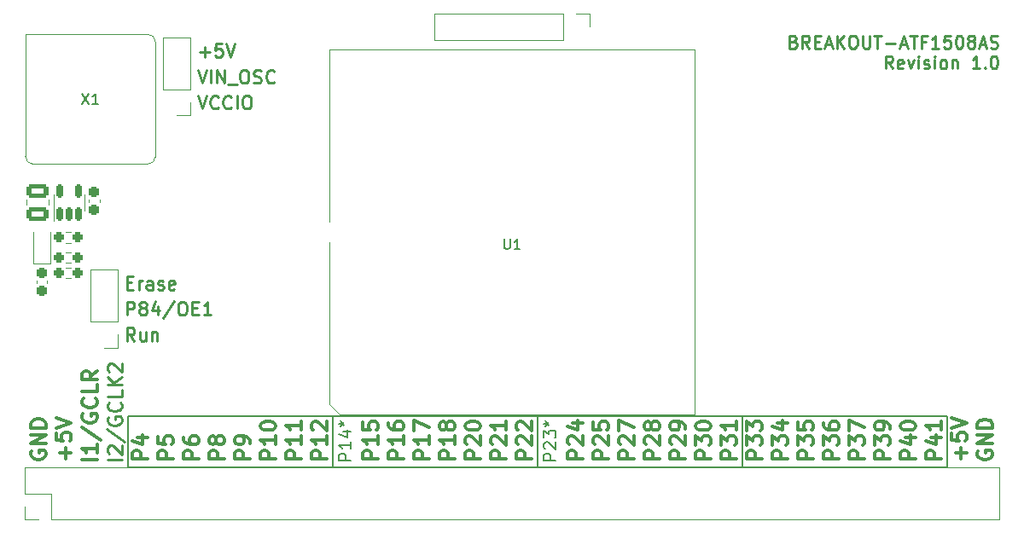
<source format=gto>
G04 #@! TF.GenerationSoftware,KiCad,Pcbnew,6.0.1*
G04 #@! TF.CreationDate,2022-02-14T19:14:06-08:00*
G04 #@! TF.ProjectId,BREAKOUT-ATF1508AS,42524541-4b4f-4555-942d-415446313530,rev?*
G04 #@! TF.SameCoordinates,Original*
G04 #@! TF.FileFunction,Legend,Top*
G04 #@! TF.FilePolarity,Positive*
%FSLAX46Y46*%
G04 Gerber Fmt 4.6, Leading zero omitted, Abs format (unit mm)*
G04 Created by KiCad (PCBNEW 6.0.1) date 2022-02-14 19:14:06*
%MOMM*%
%LPD*%
G01*
G04 APERTURE LIST*
G04 Aperture macros list*
%AMRoundRect*
0 Rectangle with rounded corners*
0 $1 Rounding radius*
0 $2 $3 $4 $5 $6 $7 $8 $9 X,Y pos of 4 corners*
0 Add a 4 corners polygon primitive as box body*
4,1,4,$2,$3,$4,$5,$6,$7,$8,$9,$2,$3,0*
0 Add four circle primitives for the rounded corners*
1,1,$1+$1,$2,$3*
1,1,$1+$1,$4,$5*
1,1,$1+$1,$6,$7*
1,1,$1+$1,$8,$9*
0 Add four rect primitives between the rounded corners*
20,1,$1+$1,$2,$3,$4,$5,0*
20,1,$1+$1,$4,$5,$6,$7,0*
20,1,$1+$1,$6,$7,$8,$9,0*
20,1,$1+$1,$8,$9,$2,$3,0*%
G04 Aperture macros list end*
%ADD10C,0.150000*%
%ADD11C,0.200000*%
%ADD12C,0.300000*%
%ADD13C,0.250000*%
%ADD14C,0.120000*%
%ADD15RoundRect,0.237500X-0.250000X-0.237500X0.250000X-0.237500X0.250000X0.237500X-0.250000X0.237500X0*%
%ADD16R,1.700000X1.700000*%
%ADD17O,1.700000X1.700000*%
%ADD18R,1.000000X1.000000*%
%ADD19RoundRect,0.250001X-0.849999X0.462499X-0.849999X-0.462499X0.849999X-0.462499X0.849999X0.462499X0*%
%ADD20RoundRect,0.237500X0.250000X0.237500X-0.250000X0.237500X-0.250000X-0.237500X0.250000X-0.237500X0*%
%ADD21RoundRect,0.237500X-0.237500X0.300000X-0.237500X-0.300000X0.237500X-0.300000X0.237500X0.300000X0*%
%ADD22RoundRect,0.150000X0.150000X-0.512500X0.150000X0.512500X-0.150000X0.512500X-0.150000X-0.512500X0*%
%ADD23R,1.422400X1.422400*%
%ADD24C,1.422400*%
%ADD25R,1.600000X1.600000*%
%ADD26C,1.600000*%
G04 APERTURE END LIST*
D10*
X149540000Y-111030000D02*
X149540000Y-110050000D01*
X190190000Y-110050000D02*
X190190000Y-115130000D01*
X169860000Y-110050000D02*
X169860000Y-110470000D01*
X108890000Y-115110000D02*
X108890000Y-114650000D01*
X149540000Y-113990000D02*
X149540000Y-111030000D01*
X149540000Y-110050000D02*
X169860000Y-110050000D01*
X169860000Y-113870000D02*
X169860000Y-110470000D01*
X149540000Y-115120000D02*
X169860000Y-115120000D01*
X129180000Y-115110000D02*
X149540000Y-115120000D01*
X108890000Y-114650000D02*
X108890000Y-110050000D01*
X129180000Y-115110000D02*
X108890000Y-115110000D01*
X129180000Y-110050000D02*
X129180000Y-115110000D01*
X169860000Y-115120000D02*
X169860000Y-113870000D01*
X108890000Y-110050000D02*
X129180000Y-110050000D01*
X149540000Y-115120000D02*
X149540000Y-113990000D01*
X190190000Y-115130000D02*
X169860000Y-115120000D01*
X169860000Y-110050000D02*
X190190000Y-110050000D01*
X129180000Y-110050000D02*
X149540000Y-110050000D01*
D11*
X151352857Y-114434285D02*
X150152857Y-114434285D01*
X150152857Y-113977142D01*
X150210000Y-113862857D01*
X150267142Y-113805714D01*
X150381428Y-113748571D01*
X150552857Y-113748571D01*
X150667142Y-113805714D01*
X150724285Y-113862857D01*
X150781428Y-113977142D01*
X150781428Y-114434285D01*
X150267142Y-113291428D02*
X150210000Y-113234285D01*
X150152857Y-113120000D01*
X150152857Y-112834285D01*
X150210000Y-112720000D01*
X150267142Y-112662857D01*
X150381428Y-112605714D01*
X150495714Y-112605714D01*
X150667142Y-112662857D01*
X151352857Y-113348571D01*
X151352857Y-112605714D01*
X150152857Y-112205714D02*
X150152857Y-111462857D01*
X150610000Y-111862857D01*
X150610000Y-111691428D01*
X150667142Y-111577142D01*
X150724285Y-111520000D01*
X150838571Y-111462857D01*
X151124285Y-111462857D01*
X151238571Y-111520000D01*
X151295714Y-111577142D01*
X151352857Y-111691428D01*
X151352857Y-112034285D01*
X151295714Y-112148571D01*
X151238571Y-112205714D01*
X150152857Y-110777142D02*
X150438571Y-110777142D01*
X150324285Y-111062857D02*
X150438571Y-110777142D01*
X150324285Y-110491428D01*
X150667142Y-110948571D02*
X150438571Y-110777142D01*
X150667142Y-110605714D01*
D12*
X99320000Y-113482857D02*
X99248571Y-113625714D01*
X99248571Y-113840000D01*
X99320000Y-114054285D01*
X99462857Y-114197142D01*
X99605714Y-114268571D01*
X99891428Y-114340000D01*
X100105714Y-114340000D01*
X100391428Y-114268571D01*
X100534285Y-114197142D01*
X100677142Y-114054285D01*
X100748571Y-113840000D01*
X100748571Y-113697142D01*
X100677142Y-113482857D01*
X100605714Y-113411428D01*
X100105714Y-113411428D01*
X100105714Y-113697142D01*
X100748571Y-112768571D02*
X99248571Y-112768571D01*
X100748571Y-111911428D01*
X99248571Y-111911428D01*
X100748571Y-111197142D02*
X99248571Y-111197142D01*
X99248571Y-110840000D01*
X99320000Y-110625714D01*
X99462857Y-110482857D01*
X99605714Y-110411428D01*
X99891428Y-110340000D01*
X100105714Y-110340000D01*
X100391428Y-110411428D01*
X100534285Y-110482857D01*
X100677142Y-110625714D01*
X100748571Y-110840000D01*
X100748571Y-111197142D01*
X181968571Y-114297857D02*
X180468571Y-114297857D01*
X180468571Y-113726428D01*
X180540000Y-113583571D01*
X180611428Y-113512142D01*
X180754285Y-113440714D01*
X180968571Y-113440714D01*
X181111428Y-113512142D01*
X181182857Y-113583571D01*
X181254285Y-113726428D01*
X181254285Y-114297857D01*
X180468571Y-112940714D02*
X180468571Y-112012142D01*
X181040000Y-112512142D01*
X181040000Y-112297857D01*
X181111428Y-112155000D01*
X181182857Y-112083571D01*
X181325714Y-112012142D01*
X181682857Y-112012142D01*
X181825714Y-112083571D01*
X181897142Y-112155000D01*
X181968571Y-112297857D01*
X181968571Y-112726428D01*
X181897142Y-112869285D01*
X181825714Y-112940714D01*
X180468571Y-111512142D02*
X180468571Y-110512142D01*
X181968571Y-111155000D01*
X154028571Y-114297857D02*
X152528571Y-114297857D01*
X152528571Y-113726428D01*
X152600000Y-113583571D01*
X152671428Y-113512142D01*
X152814285Y-113440714D01*
X153028571Y-113440714D01*
X153171428Y-113512142D01*
X153242857Y-113583571D01*
X153314285Y-113726428D01*
X153314285Y-114297857D01*
X152671428Y-112869285D02*
X152600000Y-112797857D01*
X152528571Y-112655000D01*
X152528571Y-112297857D01*
X152600000Y-112155000D01*
X152671428Y-112083571D01*
X152814285Y-112012142D01*
X152957142Y-112012142D01*
X153171428Y-112083571D01*
X154028571Y-112940714D01*
X154028571Y-112012142D01*
X153028571Y-110726428D02*
X154028571Y-110726428D01*
X152457142Y-111083571D02*
X153528571Y-111440714D01*
X153528571Y-110512142D01*
D11*
X131032857Y-114434285D02*
X129832857Y-114434285D01*
X129832857Y-113977142D01*
X129890000Y-113862857D01*
X129947142Y-113805714D01*
X130061428Y-113748571D01*
X130232857Y-113748571D01*
X130347142Y-113805714D01*
X130404285Y-113862857D01*
X130461428Y-113977142D01*
X130461428Y-114434285D01*
X131032857Y-112605714D02*
X131032857Y-113291428D01*
X131032857Y-112948571D02*
X129832857Y-112948571D01*
X130004285Y-113062857D01*
X130118571Y-113177142D01*
X130175714Y-113291428D01*
X130232857Y-111577142D02*
X131032857Y-111577142D01*
X129775714Y-111862857D02*
X130632857Y-112148571D01*
X130632857Y-111405714D01*
X129832857Y-110777142D02*
X130118571Y-110777142D01*
X130004285Y-111062857D02*
X130118571Y-110777142D01*
X130004285Y-110491428D01*
X130347142Y-110948571D02*
X130118571Y-110777142D01*
X130347142Y-110605714D01*
D12*
X164188571Y-114297857D02*
X162688571Y-114297857D01*
X162688571Y-113726428D01*
X162760000Y-113583571D01*
X162831428Y-113512142D01*
X162974285Y-113440714D01*
X163188571Y-113440714D01*
X163331428Y-113512142D01*
X163402857Y-113583571D01*
X163474285Y-113726428D01*
X163474285Y-114297857D01*
X162831428Y-112869285D02*
X162760000Y-112797857D01*
X162688571Y-112655000D01*
X162688571Y-112297857D01*
X162760000Y-112155000D01*
X162831428Y-112083571D01*
X162974285Y-112012142D01*
X163117142Y-112012142D01*
X163331428Y-112083571D01*
X164188571Y-112940714D01*
X164188571Y-112012142D01*
X164188571Y-111297857D02*
X164188571Y-111012142D01*
X164117142Y-110869285D01*
X164045714Y-110797857D01*
X163831428Y-110655000D01*
X163545714Y-110583571D01*
X162974285Y-110583571D01*
X162831428Y-110655000D01*
X162760000Y-110726428D01*
X162688571Y-110869285D01*
X162688571Y-111155000D01*
X162760000Y-111297857D01*
X162831428Y-111369285D01*
X162974285Y-111440714D01*
X163331428Y-111440714D01*
X163474285Y-111369285D01*
X163545714Y-111297857D01*
X163617142Y-111155000D01*
X163617142Y-110869285D01*
X163545714Y-110726428D01*
X163474285Y-110655000D01*
X163331428Y-110583571D01*
D13*
X115796309Y-75688095D02*
X116229642Y-76988095D01*
X116662976Y-75688095D01*
X117096309Y-76988095D02*
X117096309Y-75688095D01*
X117715357Y-76988095D02*
X117715357Y-75688095D01*
X118458214Y-76988095D01*
X118458214Y-75688095D01*
X118767738Y-77111904D02*
X119758214Y-77111904D01*
X120315357Y-75688095D02*
X120562976Y-75688095D01*
X120686785Y-75750000D01*
X120810595Y-75873809D01*
X120872500Y-76121428D01*
X120872500Y-76554761D01*
X120810595Y-76802380D01*
X120686785Y-76926190D01*
X120562976Y-76988095D01*
X120315357Y-76988095D01*
X120191547Y-76926190D01*
X120067738Y-76802380D01*
X120005833Y-76554761D01*
X120005833Y-76121428D01*
X120067738Y-75873809D01*
X120191547Y-75750000D01*
X120315357Y-75688095D01*
X121367738Y-76926190D02*
X121553452Y-76988095D01*
X121862976Y-76988095D01*
X121986785Y-76926190D01*
X122048690Y-76864285D01*
X122110595Y-76740476D01*
X122110595Y-76616666D01*
X122048690Y-76492857D01*
X121986785Y-76430952D01*
X121862976Y-76369047D01*
X121615357Y-76307142D01*
X121491547Y-76245238D01*
X121429642Y-76183333D01*
X121367738Y-76059523D01*
X121367738Y-75935714D01*
X121429642Y-75811904D01*
X121491547Y-75750000D01*
X121615357Y-75688095D01*
X121924880Y-75688095D01*
X122110595Y-75750000D01*
X123410595Y-76864285D02*
X123348690Y-76926190D01*
X123162976Y-76988095D01*
X123039166Y-76988095D01*
X122853452Y-76926190D01*
X122729642Y-76802380D01*
X122667738Y-76678571D01*
X122605833Y-76430952D01*
X122605833Y-76245238D01*
X122667738Y-75997619D01*
X122729642Y-75873809D01*
X122853452Y-75750000D01*
X123039166Y-75688095D01*
X123162976Y-75688095D01*
X123348690Y-75750000D01*
X123410595Y-75811904D01*
D12*
X146408571Y-114297857D02*
X144908571Y-114297857D01*
X144908571Y-113726428D01*
X144980000Y-113583571D01*
X145051428Y-113512142D01*
X145194285Y-113440714D01*
X145408571Y-113440714D01*
X145551428Y-113512142D01*
X145622857Y-113583571D01*
X145694285Y-113726428D01*
X145694285Y-114297857D01*
X145051428Y-112869285D02*
X144980000Y-112797857D01*
X144908571Y-112655000D01*
X144908571Y-112297857D01*
X144980000Y-112155000D01*
X145051428Y-112083571D01*
X145194285Y-112012142D01*
X145337142Y-112012142D01*
X145551428Y-112083571D01*
X146408571Y-112940714D01*
X146408571Y-112012142D01*
X146408571Y-110583571D02*
X146408571Y-111440714D01*
X146408571Y-111012142D02*
X144908571Y-111012142D01*
X145122857Y-111155000D01*
X145265714Y-111297857D01*
X145337142Y-111440714D01*
X171808571Y-114297857D02*
X170308571Y-114297857D01*
X170308571Y-113726428D01*
X170380000Y-113583571D01*
X170451428Y-113512142D01*
X170594285Y-113440714D01*
X170808571Y-113440714D01*
X170951428Y-113512142D01*
X171022857Y-113583571D01*
X171094285Y-113726428D01*
X171094285Y-114297857D01*
X170308571Y-112940714D02*
X170308571Y-112012142D01*
X170880000Y-112512142D01*
X170880000Y-112297857D01*
X170951428Y-112155000D01*
X171022857Y-112083571D01*
X171165714Y-112012142D01*
X171522857Y-112012142D01*
X171665714Y-112083571D01*
X171737142Y-112155000D01*
X171808571Y-112297857D01*
X171808571Y-112726428D01*
X171737142Y-112869285D01*
X171665714Y-112940714D01*
X170308571Y-111512142D02*
X170308571Y-110583571D01*
X170880000Y-111083571D01*
X170880000Y-110869285D01*
X170951428Y-110726428D01*
X171022857Y-110655000D01*
X171165714Y-110583571D01*
X171522857Y-110583571D01*
X171665714Y-110655000D01*
X171737142Y-110726428D01*
X171808571Y-110869285D01*
X171808571Y-111297857D01*
X171737142Y-111440714D01*
X171665714Y-111512142D01*
D13*
X108782023Y-100008095D02*
X108782023Y-98708095D01*
X109277261Y-98708095D01*
X109401071Y-98770000D01*
X109462976Y-98831904D01*
X109524880Y-98955714D01*
X109524880Y-99141428D01*
X109462976Y-99265238D01*
X109401071Y-99327142D01*
X109277261Y-99389047D01*
X108782023Y-99389047D01*
X110267738Y-99265238D02*
X110143928Y-99203333D01*
X110082023Y-99141428D01*
X110020119Y-99017619D01*
X110020119Y-98955714D01*
X110082023Y-98831904D01*
X110143928Y-98770000D01*
X110267738Y-98708095D01*
X110515357Y-98708095D01*
X110639166Y-98770000D01*
X110701071Y-98831904D01*
X110762976Y-98955714D01*
X110762976Y-99017619D01*
X110701071Y-99141428D01*
X110639166Y-99203333D01*
X110515357Y-99265238D01*
X110267738Y-99265238D01*
X110143928Y-99327142D01*
X110082023Y-99389047D01*
X110020119Y-99512857D01*
X110020119Y-99760476D01*
X110082023Y-99884285D01*
X110143928Y-99946190D01*
X110267738Y-100008095D01*
X110515357Y-100008095D01*
X110639166Y-99946190D01*
X110701071Y-99884285D01*
X110762976Y-99760476D01*
X110762976Y-99512857D01*
X110701071Y-99389047D01*
X110639166Y-99327142D01*
X110515357Y-99265238D01*
X111877261Y-99141428D02*
X111877261Y-100008095D01*
X111567738Y-98646190D02*
X111258214Y-99574761D01*
X112062976Y-99574761D01*
X113486785Y-98646190D02*
X112372500Y-100317619D01*
X114167738Y-98708095D02*
X114415357Y-98708095D01*
X114539166Y-98770000D01*
X114662976Y-98893809D01*
X114724880Y-99141428D01*
X114724880Y-99574761D01*
X114662976Y-99822380D01*
X114539166Y-99946190D01*
X114415357Y-100008095D01*
X114167738Y-100008095D01*
X114043928Y-99946190D01*
X113920119Y-99822380D01*
X113858214Y-99574761D01*
X113858214Y-99141428D01*
X113920119Y-98893809D01*
X114043928Y-98770000D01*
X114167738Y-98708095D01*
X115282023Y-99327142D02*
X115715357Y-99327142D01*
X115901071Y-100008095D02*
X115282023Y-100008095D01*
X115282023Y-98708095D01*
X115901071Y-98708095D01*
X117139166Y-100008095D02*
X116396309Y-100008095D01*
X116767738Y-100008095D02*
X116767738Y-98708095D01*
X116643928Y-98893809D01*
X116520119Y-99017619D01*
X116396309Y-99079523D01*
D12*
X128628571Y-114297857D02*
X127128571Y-114297857D01*
X127128571Y-113726428D01*
X127200000Y-113583571D01*
X127271428Y-113512142D01*
X127414285Y-113440714D01*
X127628571Y-113440714D01*
X127771428Y-113512142D01*
X127842857Y-113583571D01*
X127914285Y-113726428D01*
X127914285Y-114297857D01*
X128628571Y-112012142D02*
X128628571Y-112869285D01*
X128628571Y-112440714D02*
X127128571Y-112440714D01*
X127342857Y-112583571D01*
X127485714Y-112726428D01*
X127557142Y-112869285D01*
X127271428Y-111440714D02*
X127200000Y-111369285D01*
X127128571Y-111226428D01*
X127128571Y-110869285D01*
X127200000Y-110726428D01*
X127271428Y-110655000D01*
X127414285Y-110583571D01*
X127557142Y-110583571D01*
X127771428Y-110655000D01*
X128628571Y-111512142D01*
X128628571Y-110583571D01*
X179428571Y-114297857D02*
X177928571Y-114297857D01*
X177928571Y-113726428D01*
X178000000Y-113583571D01*
X178071428Y-113512142D01*
X178214285Y-113440714D01*
X178428571Y-113440714D01*
X178571428Y-113512142D01*
X178642857Y-113583571D01*
X178714285Y-113726428D01*
X178714285Y-114297857D01*
X177928571Y-112940714D02*
X177928571Y-112012142D01*
X178500000Y-112512142D01*
X178500000Y-112297857D01*
X178571428Y-112155000D01*
X178642857Y-112083571D01*
X178785714Y-112012142D01*
X179142857Y-112012142D01*
X179285714Y-112083571D01*
X179357142Y-112155000D01*
X179428571Y-112297857D01*
X179428571Y-112726428D01*
X179357142Y-112869285D01*
X179285714Y-112940714D01*
X177928571Y-110726428D02*
X177928571Y-111012142D01*
X178000000Y-111155000D01*
X178071428Y-111226428D01*
X178285714Y-111369285D01*
X178571428Y-111440714D01*
X179142857Y-111440714D01*
X179285714Y-111369285D01*
X179357142Y-111297857D01*
X179428571Y-111155000D01*
X179428571Y-110869285D01*
X179357142Y-110726428D01*
X179285714Y-110655000D01*
X179142857Y-110583571D01*
X178785714Y-110583571D01*
X178642857Y-110655000D01*
X178571428Y-110726428D01*
X178500000Y-110869285D01*
X178500000Y-111155000D01*
X178571428Y-111297857D01*
X178642857Y-111369285D01*
X178785714Y-111440714D01*
X102687142Y-114297857D02*
X102687142Y-113155000D01*
X103258571Y-113726428D02*
X102115714Y-113726428D01*
X101758571Y-111726428D02*
X101758571Y-112440714D01*
X102472857Y-112512142D01*
X102401428Y-112440714D01*
X102330000Y-112297857D01*
X102330000Y-111940714D01*
X102401428Y-111797857D01*
X102472857Y-111726428D01*
X102615714Y-111655000D01*
X102972857Y-111655000D01*
X103115714Y-111726428D01*
X103187142Y-111797857D01*
X103258571Y-111940714D01*
X103258571Y-112297857D01*
X103187142Y-112440714D01*
X103115714Y-112512142D01*
X101758571Y-111226428D02*
X103258571Y-110726428D01*
X101758571Y-110226428D01*
D13*
X115992023Y-73872857D02*
X116982500Y-73872857D01*
X116487261Y-74368095D02*
X116487261Y-73377619D01*
X118220595Y-73068095D02*
X117601547Y-73068095D01*
X117539642Y-73687142D01*
X117601547Y-73625238D01*
X117725357Y-73563333D01*
X118034880Y-73563333D01*
X118158690Y-73625238D01*
X118220595Y-73687142D01*
X118282500Y-73810952D01*
X118282500Y-74120476D01*
X118220595Y-74244285D01*
X118158690Y-74306190D01*
X118034880Y-74368095D01*
X117725357Y-74368095D01*
X117601547Y-74306190D01*
X117539642Y-74244285D01*
X118653928Y-73068095D02*
X119087261Y-74368095D01*
X119520595Y-73068095D01*
D12*
X126088571Y-114297857D02*
X124588571Y-114297857D01*
X124588571Y-113726428D01*
X124660000Y-113583571D01*
X124731428Y-113512142D01*
X124874285Y-113440714D01*
X125088571Y-113440714D01*
X125231428Y-113512142D01*
X125302857Y-113583571D01*
X125374285Y-113726428D01*
X125374285Y-114297857D01*
X126088571Y-112012142D02*
X126088571Y-112869285D01*
X126088571Y-112440714D02*
X124588571Y-112440714D01*
X124802857Y-112583571D01*
X124945714Y-112726428D01*
X125017142Y-112869285D01*
X126088571Y-110583571D02*
X126088571Y-111440714D01*
X126088571Y-111012142D02*
X124588571Y-111012142D01*
X124802857Y-111155000D01*
X124945714Y-111297857D01*
X125017142Y-111440714D01*
X138788571Y-114297857D02*
X137288571Y-114297857D01*
X137288571Y-113726428D01*
X137360000Y-113583571D01*
X137431428Y-113512142D01*
X137574285Y-113440714D01*
X137788571Y-113440714D01*
X137931428Y-113512142D01*
X138002857Y-113583571D01*
X138074285Y-113726428D01*
X138074285Y-114297857D01*
X138788571Y-112012142D02*
X138788571Y-112869285D01*
X138788571Y-112440714D02*
X137288571Y-112440714D01*
X137502857Y-112583571D01*
X137645714Y-112726428D01*
X137717142Y-112869285D01*
X137288571Y-111512142D02*
X137288571Y-110512142D01*
X138788571Y-111155000D01*
X123548571Y-114297857D02*
X122048571Y-114297857D01*
X122048571Y-113726428D01*
X122120000Y-113583571D01*
X122191428Y-113512142D01*
X122334285Y-113440714D01*
X122548571Y-113440714D01*
X122691428Y-113512142D01*
X122762857Y-113583571D01*
X122834285Y-113726428D01*
X122834285Y-114297857D01*
X123548571Y-112012142D02*
X123548571Y-112869285D01*
X123548571Y-112440714D02*
X122048571Y-112440714D01*
X122262857Y-112583571D01*
X122405714Y-112726428D01*
X122477142Y-112869285D01*
X122048571Y-111083571D02*
X122048571Y-110940714D01*
X122120000Y-110797857D01*
X122191428Y-110726428D01*
X122334285Y-110655000D01*
X122620000Y-110583571D01*
X122977142Y-110583571D01*
X123262857Y-110655000D01*
X123405714Y-110726428D01*
X123477142Y-110797857D01*
X123548571Y-110940714D01*
X123548571Y-111083571D01*
X123477142Y-111226428D01*
X123405714Y-111297857D01*
X123262857Y-111369285D01*
X122977142Y-111440714D01*
X122620000Y-111440714D01*
X122334285Y-111369285D01*
X122191428Y-111297857D01*
X122120000Y-111226428D01*
X122048571Y-111083571D01*
X136248571Y-114297857D02*
X134748571Y-114297857D01*
X134748571Y-113726428D01*
X134820000Y-113583571D01*
X134891428Y-113512142D01*
X135034285Y-113440714D01*
X135248571Y-113440714D01*
X135391428Y-113512142D01*
X135462857Y-113583571D01*
X135534285Y-113726428D01*
X135534285Y-114297857D01*
X136248571Y-112012142D02*
X136248571Y-112869285D01*
X136248571Y-112440714D02*
X134748571Y-112440714D01*
X134962857Y-112583571D01*
X135105714Y-112726428D01*
X135177142Y-112869285D01*
X134748571Y-110726428D02*
X134748571Y-111012142D01*
X134820000Y-111155000D01*
X134891428Y-111226428D01*
X135105714Y-111369285D01*
X135391428Y-111440714D01*
X135962857Y-111440714D01*
X136105714Y-111369285D01*
X136177142Y-111297857D01*
X136248571Y-111155000D01*
X136248571Y-110869285D01*
X136177142Y-110726428D01*
X136105714Y-110655000D01*
X135962857Y-110583571D01*
X135605714Y-110583571D01*
X135462857Y-110655000D01*
X135391428Y-110726428D01*
X135320000Y-110869285D01*
X135320000Y-111155000D01*
X135391428Y-111297857D01*
X135462857Y-111369285D01*
X135605714Y-111440714D01*
X105858571Y-114337857D02*
X104358571Y-114337857D01*
X105858571Y-112837857D02*
X105858571Y-113695000D01*
X105858571Y-113266428D02*
X104358571Y-113266428D01*
X104572857Y-113409285D01*
X104715714Y-113552142D01*
X104787142Y-113695000D01*
X104287142Y-111123571D02*
X106215714Y-112409285D01*
X104430000Y-109837857D02*
X104358571Y-109980714D01*
X104358571Y-110195000D01*
X104430000Y-110409285D01*
X104572857Y-110552142D01*
X104715714Y-110623571D01*
X105001428Y-110695000D01*
X105215714Y-110695000D01*
X105501428Y-110623571D01*
X105644285Y-110552142D01*
X105787142Y-110409285D01*
X105858571Y-110195000D01*
X105858571Y-110052142D01*
X105787142Y-109837857D01*
X105715714Y-109766428D01*
X105215714Y-109766428D01*
X105215714Y-110052142D01*
X105715714Y-108266428D02*
X105787142Y-108337857D01*
X105858571Y-108552142D01*
X105858571Y-108695000D01*
X105787142Y-108909285D01*
X105644285Y-109052142D01*
X105501428Y-109123571D01*
X105215714Y-109195000D01*
X105001428Y-109195000D01*
X104715714Y-109123571D01*
X104572857Y-109052142D01*
X104430000Y-108909285D01*
X104358571Y-108695000D01*
X104358571Y-108552142D01*
X104430000Y-108337857D01*
X104501428Y-108266428D01*
X105858571Y-106909285D02*
X105858571Y-107623571D01*
X104358571Y-107623571D01*
X105858571Y-105552142D02*
X105144285Y-106052142D01*
X105858571Y-106409285D02*
X104358571Y-106409285D01*
X104358571Y-105837857D01*
X104430000Y-105695000D01*
X104501428Y-105623571D01*
X104644285Y-105552142D01*
X104858571Y-105552142D01*
X105001428Y-105623571D01*
X105072857Y-105695000D01*
X105144285Y-105837857D01*
X105144285Y-106409285D01*
X115928571Y-114297857D02*
X114428571Y-114297857D01*
X114428571Y-113726428D01*
X114500000Y-113583571D01*
X114571428Y-113512142D01*
X114714285Y-113440714D01*
X114928571Y-113440714D01*
X115071428Y-113512142D01*
X115142857Y-113583571D01*
X115214285Y-113726428D01*
X115214285Y-114297857D01*
X114428571Y-112155000D02*
X114428571Y-112440714D01*
X114500000Y-112583571D01*
X114571428Y-112655000D01*
X114785714Y-112797857D01*
X115071428Y-112869285D01*
X115642857Y-112869285D01*
X115785714Y-112797857D01*
X115857142Y-112726428D01*
X115928571Y-112583571D01*
X115928571Y-112297857D01*
X115857142Y-112155000D01*
X115785714Y-112083571D01*
X115642857Y-112012142D01*
X115285714Y-112012142D01*
X115142857Y-112083571D01*
X115071428Y-112155000D01*
X115000000Y-112297857D01*
X115000000Y-112583571D01*
X115071428Y-112726428D01*
X115142857Y-112797857D01*
X115285714Y-112869285D01*
D13*
X108782023Y-96797142D02*
X109215357Y-96797142D01*
X109401071Y-97478095D02*
X108782023Y-97478095D01*
X108782023Y-96178095D01*
X109401071Y-96178095D01*
X109958214Y-97478095D02*
X109958214Y-96611428D01*
X109958214Y-96859047D02*
X110020119Y-96735238D01*
X110082023Y-96673333D01*
X110205833Y-96611428D01*
X110329642Y-96611428D01*
X111320119Y-97478095D02*
X111320119Y-96797142D01*
X111258214Y-96673333D01*
X111134404Y-96611428D01*
X110886785Y-96611428D01*
X110762976Y-96673333D01*
X111320119Y-97416190D02*
X111196309Y-97478095D01*
X110886785Y-97478095D01*
X110762976Y-97416190D01*
X110701071Y-97292380D01*
X110701071Y-97168571D01*
X110762976Y-97044761D01*
X110886785Y-96982857D01*
X111196309Y-96982857D01*
X111320119Y-96920952D01*
X111877261Y-97416190D02*
X112001071Y-97478095D01*
X112248690Y-97478095D01*
X112372500Y-97416190D01*
X112434404Y-97292380D01*
X112434404Y-97230476D01*
X112372500Y-97106666D01*
X112248690Y-97044761D01*
X112062976Y-97044761D01*
X111939166Y-96982857D01*
X111877261Y-96859047D01*
X111877261Y-96797142D01*
X111939166Y-96673333D01*
X112062976Y-96611428D01*
X112248690Y-96611428D01*
X112372500Y-96673333D01*
X113486785Y-97416190D02*
X113362976Y-97478095D01*
X113115357Y-97478095D01*
X112991547Y-97416190D01*
X112929642Y-97292380D01*
X112929642Y-96797142D01*
X112991547Y-96673333D01*
X113115357Y-96611428D01*
X113362976Y-96611428D01*
X113486785Y-96673333D01*
X113548690Y-96797142D01*
X113548690Y-96920952D01*
X112929642Y-97044761D01*
X174941309Y-72864464D02*
X175119880Y-72923988D01*
X175179404Y-72983511D01*
X175238928Y-73102559D01*
X175238928Y-73281130D01*
X175179404Y-73400178D01*
X175119880Y-73459702D01*
X175000833Y-73519226D01*
X174524642Y-73519226D01*
X174524642Y-72269226D01*
X174941309Y-72269226D01*
X175060357Y-72328750D01*
X175119880Y-72388273D01*
X175179404Y-72507321D01*
X175179404Y-72626369D01*
X175119880Y-72745416D01*
X175060357Y-72804940D01*
X174941309Y-72864464D01*
X174524642Y-72864464D01*
X176488928Y-73519226D02*
X176072261Y-72923988D01*
X175774642Y-73519226D02*
X175774642Y-72269226D01*
X176250833Y-72269226D01*
X176369880Y-72328750D01*
X176429404Y-72388273D01*
X176488928Y-72507321D01*
X176488928Y-72685892D01*
X176429404Y-72804940D01*
X176369880Y-72864464D01*
X176250833Y-72923988D01*
X175774642Y-72923988D01*
X177024642Y-72864464D02*
X177441309Y-72864464D01*
X177619880Y-73519226D02*
X177024642Y-73519226D01*
X177024642Y-72269226D01*
X177619880Y-72269226D01*
X178096071Y-73162083D02*
X178691309Y-73162083D01*
X177977023Y-73519226D02*
X178393690Y-72269226D01*
X178810357Y-73519226D01*
X179227023Y-73519226D02*
X179227023Y-72269226D01*
X179941309Y-73519226D02*
X179405595Y-72804940D01*
X179941309Y-72269226D02*
X179227023Y-72983511D01*
X180715119Y-72269226D02*
X180953214Y-72269226D01*
X181072261Y-72328750D01*
X181191309Y-72447797D01*
X181250833Y-72685892D01*
X181250833Y-73102559D01*
X181191309Y-73340654D01*
X181072261Y-73459702D01*
X180953214Y-73519226D01*
X180715119Y-73519226D01*
X180596071Y-73459702D01*
X180477023Y-73340654D01*
X180417500Y-73102559D01*
X180417500Y-72685892D01*
X180477023Y-72447797D01*
X180596071Y-72328750D01*
X180715119Y-72269226D01*
X181786547Y-72269226D02*
X181786547Y-73281130D01*
X181846071Y-73400178D01*
X181905595Y-73459702D01*
X182024642Y-73519226D01*
X182262738Y-73519226D01*
X182381785Y-73459702D01*
X182441309Y-73400178D01*
X182500833Y-73281130D01*
X182500833Y-72269226D01*
X182917500Y-72269226D02*
X183631785Y-72269226D01*
X183274642Y-73519226D02*
X183274642Y-72269226D01*
X184048452Y-73043035D02*
X185000833Y-73043035D01*
X185536547Y-73162083D02*
X186131785Y-73162083D01*
X185417500Y-73519226D02*
X185834166Y-72269226D01*
X186250833Y-73519226D01*
X186488928Y-72269226D02*
X187203214Y-72269226D01*
X186846071Y-73519226D02*
X186846071Y-72269226D01*
X188036547Y-72864464D02*
X187619880Y-72864464D01*
X187619880Y-73519226D02*
X187619880Y-72269226D01*
X188215119Y-72269226D01*
X189346071Y-73519226D02*
X188631785Y-73519226D01*
X188988928Y-73519226D02*
X188988928Y-72269226D01*
X188869880Y-72447797D01*
X188750833Y-72566845D01*
X188631785Y-72626369D01*
X190477023Y-72269226D02*
X189881785Y-72269226D01*
X189822261Y-72864464D01*
X189881785Y-72804940D01*
X190000833Y-72745416D01*
X190298452Y-72745416D01*
X190417500Y-72804940D01*
X190477023Y-72864464D01*
X190536547Y-72983511D01*
X190536547Y-73281130D01*
X190477023Y-73400178D01*
X190417500Y-73459702D01*
X190298452Y-73519226D01*
X190000833Y-73519226D01*
X189881785Y-73459702D01*
X189822261Y-73400178D01*
X191310357Y-72269226D02*
X191429404Y-72269226D01*
X191548452Y-72328750D01*
X191607976Y-72388273D01*
X191667500Y-72507321D01*
X191727023Y-72745416D01*
X191727023Y-73043035D01*
X191667500Y-73281130D01*
X191607976Y-73400178D01*
X191548452Y-73459702D01*
X191429404Y-73519226D01*
X191310357Y-73519226D01*
X191191309Y-73459702D01*
X191131785Y-73400178D01*
X191072261Y-73281130D01*
X191012738Y-73043035D01*
X191012738Y-72745416D01*
X191072261Y-72507321D01*
X191131785Y-72388273D01*
X191191309Y-72328750D01*
X191310357Y-72269226D01*
X192441309Y-72804940D02*
X192322261Y-72745416D01*
X192262738Y-72685892D01*
X192203214Y-72566845D01*
X192203214Y-72507321D01*
X192262738Y-72388273D01*
X192322261Y-72328750D01*
X192441309Y-72269226D01*
X192679404Y-72269226D01*
X192798452Y-72328750D01*
X192857976Y-72388273D01*
X192917500Y-72507321D01*
X192917500Y-72566845D01*
X192857976Y-72685892D01*
X192798452Y-72745416D01*
X192679404Y-72804940D01*
X192441309Y-72804940D01*
X192322261Y-72864464D01*
X192262738Y-72923988D01*
X192203214Y-73043035D01*
X192203214Y-73281130D01*
X192262738Y-73400178D01*
X192322261Y-73459702D01*
X192441309Y-73519226D01*
X192679404Y-73519226D01*
X192798452Y-73459702D01*
X192857976Y-73400178D01*
X192917500Y-73281130D01*
X192917500Y-73043035D01*
X192857976Y-72923988D01*
X192798452Y-72864464D01*
X192679404Y-72804940D01*
X193393690Y-73162083D02*
X193988928Y-73162083D01*
X193274642Y-73519226D02*
X193691309Y-72269226D01*
X194107976Y-73519226D01*
X194465119Y-73459702D02*
X194643690Y-73519226D01*
X194941309Y-73519226D01*
X195060357Y-73459702D01*
X195119880Y-73400178D01*
X195179404Y-73281130D01*
X195179404Y-73162083D01*
X195119880Y-73043035D01*
X195060357Y-72983511D01*
X194941309Y-72923988D01*
X194703214Y-72864464D01*
X194584166Y-72804940D01*
X194524642Y-72745416D01*
X194465119Y-72626369D01*
X194465119Y-72507321D01*
X194524642Y-72388273D01*
X194584166Y-72328750D01*
X194703214Y-72269226D01*
X195000833Y-72269226D01*
X195179404Y-72328750D01*
X184762738Y-75531726D02*
X184346071Y-74936488D01*
X184048452Y-75531726D02*
X184048452Y-74281726D01*
X184524642Y-74281726D01*
X184643690Y-74341250D01*
X184703214Y-74400773D01*
X184762738Y-74519821D01*
X184762738Y-74698392D01*
X184703214Y-74817440D01*
X184643690Y-74876964D01*
X184524642Y-74936488D01*
X184048452Y-74936488D01*
X185774642Y-75472202D02*
X185655595Y-75531726D01*
X185417500Y-75531726D01*
X185298452Y-75472202D01*
X185238928Y-75353154D01*
X185238928Y-74876964D01*
X185298452Y-74757916D01*
X185417500Y-74698392D01*
X185655595Y-74698392D01*
X185774642Y-74757916D01*
X185834166Y-74876964D01*
X185834166Y-74996011D01*
X185238928Y-75115059D01*
X186250833Y-74698392D02*
X186548452Y-75531726D01*
X186846071Y-74698392D01*
X187322261Y-75531726D02*
X187322261Y-74698392D01*
X187322261Y-74281726D02*
X187262738Y-74341250D01*
X187322261Y-74400773D01*
X187381785Y-74341250D01*
X187322261Y-74281726D01*
X187322261Y-74400773D01*
X187857976Y-75472202D02*
X187977023Y-75531726D01*
X188215119Y-75531726D01*
X188334166Y-75472202D01*
X188393690Y-75353154D01*
X188393690Y-75293630D01*
X188334166Y-75174583D01*
X188215119Y-75115059D01*
X188036547Y-75115059D01*
X187917500Y-75055535D01*
X187857976Y-74936488D01*
X187857976Y-74876964D01*
X187917500Y-74757916D01*
X188036547Y-74698392D01*
X188215119Y-74698392D01*
X188334166Y-74757916D01*
X188929404Y-75531726D02*
X188929404Y-74698392D01*
X188929404Y-74281726D02*
X188869880Y-74341250D01*
X188929404Y-74400773D01*
X188988928Y-74341250D01*
X188929404Y-74281726D01*
X188929404Y-74400773D01*
X189703214Y-75531726D02*
X189584166Y-75472202D01*
X189524642Y-75412678D01*
X189465119Y-75293630D01*
X189465119Y-74936488D01*
X189524642Y-74817440D01*
X189584166Y-74757916D01*
X189703214Y-74698392D01*
X189881785Y-74698392D01*
X190000833Y-74757916D01*
X190060357Y-74817440D01*
X190119880Y-74936488D01*
X190119880Y-75293630D01*
X190060357Y-75412678D01*
X190000833Y-75472202D01*
X189881785Y-75531726D01*
X189703214Y-75531726D01*
X190655595Y-74698392D02*
X190655595Y-75531726D01*
X190655595Y-74817440D02*
X190715119Y-74757916D01*
X190834166Y-74698392D01*
X191012738Y-74698392D01*
X191131785Y-74757916D01*
X191191309Y-74876964D01*
X191191309Y-75531726D01*
X193393690Y-75531726D02*
X192679404Y-75531726D01*
X193036547Y-75531726D02*
X193036547Y-74281726D01*
X192917500Y-74460297D01*
X192798452Y-74579345D01*
X192679404Y-74638869D01*
X193929404Y-75412678D02*
X193988928Y-75472202D01*
X193929404Y-75531726D01*
X193869880Y-75472202D01*
X193929404Y-75412678D01*
X193929404Y-75531726D01*
X194762738Y-74281726D02*
X194881785Y-74281726D01*
X195000833Y-74341250D01*
X195060357Y-74400773D01*
X195119880Y-74519821D01*
X195179404Y-74757916D01*
X195179404Y-75055535D01*
X195119880Y-75293630D01*
X195060357Y-75412678D01*
X195000833Y-75472202D01*
X194881785Y-75531726D01*
X194762738Y-75531726D01*
X194643690Y-75472202D01*
X194584166Y-75412678D01*
X194524642Y-75293630D01*
X194465119Y-75055535D01*
X194465119Y-74757916D01*
X194524642Y-74519821D01*
X194584166Y-74400773D01*
X194643690Y-74341250D01*
X194762738Y-74281726D01*
D12*
X141328571Y-114297857D02*
X139828571Y-114297857D01*
X139828571Y-113726428D01*
X139900000Y-113583571D01*
X139971428Y-113512142D01*
X140114285Y-113440714D01*
X140328571Y-113440714D01*
X140471428Y-113512142D01*
X140542857Y-113583571D01*
X140614285Y-113726428D01*
X140614285Y-114297857D01*
X141328571Y-112012142D02*
X141328571Y-112869285D01*
X141328571Y-112440714D02*
X139828571Y-112440714D01*
X140042857Y-112583571D01*
X140185714Y-112726428D01*
X140257142Y-112869285D01*
X140471428Y-111155000D02*
X140400000Y-111297857D01*
X140328571Y-111369285D01*
X140185714Y-111440714D01*
X140114285Y-111440714D01*
X139971428Y-111369285D01*
X139900000Y-111297857D01*
X139828571Y-111155000D01*
X139828571Y-110869285D01*
X139900000Y-110726428D01*
X139971428Y-110655000D01*
X140114285Y-110583571D01*
X140185714Y-110583571D01*
X140328571Y-110655000D01*
X140400000Y-110726428D01*
X140471428Y-110869285D01*
X140471428Y-111155000D01*
X140542857Y-111297857D01*
X140614285Y-111369285D01*
X140757142Y-111440714D01*
X141042857Y-111440714D01*
X141185714Y-111369285D01*
X141257142Y-111297857D01*
X141328571Y-111155000D01*
X141328571Y-110869285D01*
X141257142Y-110726428D01*
X141185714Y-110655000D01*
X141042857Y-110583571D01*
X140757142Y-110583571D01*
X140614285Y-110655000D01*
X140542857Y-110726428D01*
X140471428Y-110869285D01*
X156568571Y-114297857D02*
X155068571Y-114297857D01*
X155068571Y-113726428D01*
X155140000Y-113583571D01*
X155211428Y-113512142D01*
X155354285Y-113440714D01*
X155568571Y-113440714D01*
X155711428Y-113512142D01*
X155782857Y-113583571D01*
X155854285Y-113726428D01*
X155854285Y-114297857D01*
X155211428Y-112869285D02*
X155140000Y-112797857D01*
X155068571Y-112655000D01*
X155068571Y-112297857D01*
X155140000Y-112155000D01*
X155211428Y-112083571D01*
X155354285Y-112012142D01*
X155497142Y-112012142D01*
X155711428Y-112083571D01*
X156568571Y-112940714D01*
X156568571Y-112012142D01*
X155068571Y-110655000D02*
X155068571Y-111369285D01*
X155782857Y-111440714D01*
X155711428Y-111369285D01*
X155640000Y-111226428D01*
X155640000Y-110869285D01*
X155711428Y-110726428D01*
X155782857Y-110655000D01*
X155925714Y-110583571D01*
X156282857Y-110583571D01*
X156425714Y-110655000D01*
X156497142Y-110726428D01*
X156568571Y-110869285D01*
X156568571Y-111226428D01*
X156497142Y-111369285D01*
X156425714Y-111440714D01*
X113388571Y-114297857D02*
X111888571Y-114297857D01*
X111888571Y-113726428D01*
X111960000Y-113583571D01*
X112031428Y-113512142D01*
X112174285Y-113440714D01*
X112388571Y-113440714D01*
X112531428Y-113512142D01*
X112602857Y-113583571D01*
X112674285Y-113726428D01*
X112674285Y-114297857D01*
X111888571Y-112083571D02*
X111888571Y-112797857D01*
X112602857Y-112869285D01*
X112531428Y-112797857D01*
X112460000Y-112655000D01*
X112460000Y-112297857D01*
X112531428Y-112155000D01*
X112602857Y-112083571D01*
X112745714Y-112012142D01*
X113102857Y-112012142D01*
X113245714Y-112083571D01*
X113317142Y-112155000D01*
X113388571Y-112297857D01*
X113388571Y-112655000D01*
X113317142Y-112797857D01*
X113245714Y-112869285D01*
X187048571Y-114297857D02*
X185548571Y-114297857D01*
X185548571Y-113726428D01*
X185620000Y-113583571D01*
X185691428Y-113512142D01*
X185834285Y-113440714D01*
X186048571Y-113440714D01*
X186191428Y-113512142D01*
X186262857Y-113583571D01*
X186334285Y-113726428D01*
X186334285Y-114297857D01*
X186048571Y-112155000D02*
X187048571Y-112155000D01*
X185477142Y-112512142D02*
X186548571Y-112869285D01*
X186548571Y-111940714D01*
X185548571Y-111083571D02*
X185548571Y-110940714D01*
X185620000Y-110797857D01*
X185691428Y-110726428D01*
X185834285Y-110655000D01*
X186120000Y-110583571D01*
X186477142Y-110583571D01*
X186762857Y-110655000D01*
X186905714Y-110726428D01*
X186977142Y-110797857D01*
X187048571Y-110940714D01*
X187048571Y-111083571D01*
X186977142Y-111226428D01*
X186905714Y-111297857D01*
X186762857Y-111369285D01*
X186477142Y-111440714D01*
X186120000Y-111440714D01*
X185834285Y-111369285D01*
X185691428Y-111297857D01*
X185620000Y-111226428D01*
X185548571Y-111083571D01*
X189588571Y-114297857D02*
X188088571Y-114297857D01*
X188088571Y-113726428D01*
X188160000Y-113583571D01*
X188231428Y-113512142D01*
X188374285Y-113440714D01*
X188588571Y-113440714D01*
X188731428Y-113512142D01*
X188802857Y-113583571D01*
X188874285Y-113726428D01*
X188874285Y-114297857D01*
X188588571Y-112155000D02*
X189588571Y-112155000D01*
X188017142Y-112512142D02*
X189088571Y-112869285D01*
X189088571Y-111940714D01*
X189588571Y-110583571D02*
X189588571Y-111440714D01*
X189588571Y-111012142D02*
X188088571Y-111012142D01*
X188302857Y-111155000D01*
X188445714Y-111297857D01*
X188517142Y-111440714D01*
X159108571Y-114297857D02*
X157608571Y-114297857D01*
X157608571Y-113726428D01*
X157680000Y-113583571D01*
X157751428Y-113512142D01*
X157894285Y-113440714D01*
X158108571Y-113440714D01*
X158251428Y-113512142D01*
X158322857Y-113583571D01*
X158394285Y-113726428D01*
X158394285Y-114297857D01*
X157751428Y-112869285D02*
X157680000Y-112797857D01*
X157608571Y-112655000D01*
X157608571Y-112297857D01*
X157680000Y-112155000D01*
X157751428Y-112083571D01*
X157894285Y-112012142D01*
X158037142Y-112012142D01*
X158251428Y-112083571D01*
X159108571Y-112940714D01*
X159108571Y-112012142D01*
X157608571Y-111512142D02*
X157608571Y-110512142D01*
X159108571Y-111155000D01*
X161648571Y-114297857D02*
X160148571Y-114297857D01*
X160148571Y-113726428D01*
X160220000Y-113583571D01*
X160291428Y-113512142D01*
X160434285Y-113440714D01*
X160648571Y-113440714D01*
X160791428Y-113512142D01*
X160862857Y-113583571D01*
X160934285Y-113726428D01*
X160934285Y-114297857D01*
X160291428Y-112869285D02*
X160220000Y-112797857D01*
X160148571Y-112655000D01*
X160148571Y-112297857D01*
X160220000Y-112155000D01*
X160291428Y-112083571D01*
X160434285Y-112012142D01*
X160577142Y-112012142D01*
X160791428Y-112083571D01*
X161648571Y-112940714D01*
X161648571Y-112012142D01*
X160791428Y-111155000D02*
X160720000Y-111297857D01*
X160648571Y-111369285D01*
X160505714Y-111440714D01*
X160434285Y-111440714D01*
X160291428Y-111369285D01*
X160220000Y-111297857D01*
X160148571Y-111155000D01*
X160148571Y-110869285D01*
X160220000Y-110726428D01*
X160291428Y-110655000D01*
X160434285Y-110583571D01*
X160505714Y-110583571D01*
X160648571Y-110655000D01*
X160720000Y-110726428D01*
X160791428Y-110869285D01*
X160791428Y-111155000D01*
X160862857Y-111297857D01*
X160934285Y-111369285D01*
X161077142Y-111440714D01*
X161362857Y-111440714D01*
X161505714Y-111369285D01*
X161577142Y-111297857D01*
X161648571Y-111155000D01*
X161648571Y-110869285D01*
X161577142Y-110726428D01*
X161505714Y-110655000D01*
X161362857Y-110583571D01*
X161077142Y-110583571D01*
X160934285Y-110655000D01*
X160862857Y-110726428D01*
X160791428Y-110869285D01*
D13*
X115796309Y-78228095D02*
X116229642Y-79528095D01*
X116662976Y-78228095D01*
X117839166Y-79404285D02*
X117777261Y-79466190D01*
X117591547Y-79528095D01*
X117467738Y-79528095D01*
X117282023Y-79466190D01*
X117158214Y-79342380D01*
X117096309Y-79218571D01*
X117034404Y-78970952D01*
X117034404Y-78785238D01*
X117096309Y-78537619D01*
X117158214Y-78413809D01*
X117282023Y-78290000D01*
X117467738Y-78228095D01*
X117591547Y-78228095D01*
X117777261Y-78290000D01*
X117839166Y-78351904D01*
X119139166Y-79404285D02*
X119077261Y-79466190D01*
X118891547Y-79528095D01*
X118767738Y-79528095D01*
X118582023Y-79466190D01*
X118458214Y-79342380D01*
X118396309Y-79218571D01*
X118334404Y-78970952D01*
X118334404Y-78785238D01*
X118396309Y-78537619D01*
X118458214Y-78413809D01*
X118582023Y-78290000D01*
X118767738Y-78228095D01*
X118891547Y-78228095D01*
X119077261Y-78290000D01*
X119139166Y-78351904D01*
X119696309Y-79528095D02*
X119696309Y-78228095D01*
X120562976Y-78228095D02*
X120810595Y-78228095D01*
X120934404Y-78290000D01*
X121058214Y-78413809D01*
X121120119Y-78661428D01*
X121120119Y-79094761D01*
X121058214Y-79342380D01*
X120934404Y-79466190D01*
X120810595Y-79528095D01*
X120562976Y-79528095D01*
X120439166Y-79466190D01*
X120315357Y-79342380D01*
X120253452Y-79094761D01*
X120253452Y-78661428D01*
X120315357Y-78413809D01*
X120439166Y-78290000D01*
X120562976Y-78228095D01*
D12*
X121008571Y-114297857D02*
X119508571Y-114297857D01*
X119508571Y-113726428D01*
X119580000Y-113583571D01*
X119651428Y-113512142D01*
X119794285Y-113440714D01*
X120008571Y-113440714D01*
X120151428Y-113512142D01*
X120222857Y-113583571D01*
X120294285Y-113726428D01*
X120294285Y-114297857D01*
X121008571Y-112726428D02*
X121008571Y-112440714D01*
X120937142Y-112297857D01*
X120865714Y-112226428D01*
X120651428Y-112083571D01*
X120365714Y-112012142D01*
X119794285Y-112012142D01*
X119651428Y-112083571D01*
X119580000Y-112155000D01*
X119508571Y-112297857D01*
X119508571Y-112583571D01*
X119580000Y-112726428D01*
X119651428Y-112797857D01*
X119794285Y-112869285D01*
X120151428Y-112869285D01*
X120294285Y-112797857D01*
X120365714Y-112726428D01*
X120437142Y-112583571D01*
X120437142Y-112297857D01*
X120365714Y-112155000D01*
X120294285Y-112083571D01*
X120151428Y-112012142D01*
X133708571Y-114297857D02*
X132208571Y-114297857D01*
X132208571Y-113726428D01*
X132280000Y-113583571D01*
X132351428Y-113512142D01*
X132494285Y-113440714D01*
X132708571Y-113440714D01*
X132851428Y-113512142D01*
X132922857Y-113583571D01*
X132994285Y-113726428D01*
X132994285Y-114297857D01*
X133708571Y-112012142D02*
X133708571Y-112869285D01*
X133708571Y-112440714D02*
X132208571Y-112440714D01*
X132422857Y-112583571D01*
X132565714Y-112726428D01*
X132637142Y-112869285D01*
X132208571Y-110655000D02*
X132208571Y-111369285D01*
X132922857Y-111440714D01*
X132851428Y-111369285D01*
X132780000Y-111226428D01*
X132780000Y-110869285D01*
X132851428Y-110726428D01*
X132922857Y-110655000D01*
X133065714Y-110583571D01*
X133422857Y-110583571D01*
X133565714Y-110655000D01*
X133637142Y-110726428D01*
X133708571Y-110869285D01*
X133708571Y-111226428D01*
X133637142Y-111369285D01*
X133565714Y-111440714D01*
X110848571Y-114297857D02*
X109348571Y-114297857D01*
X109348571Y-113726428D01*
X109420000Y-113583571D01*
X109491428Y-113512142D01*
X109634285Y-113440714D01*
X109848571Y-113440714D01*
X109991428Y-113512142D01*
X110062857Y-113583571D01*
X110134285Y-113726428D01*
X110134285Y-114297857D01*
X109848571Y-112155000D02*
X110848571Y-112155000D01*
X109277142Y-112512142D02*
X110348571Y-112869285D01*
X110348571Y-111940714D01*
X193240000Y-113512142D02*
X193168571Y-113655000D01*
X193168571Y-113869285D01*
X193240000Y-114083571D01*
X193382857Y-114226428D01*
X193525714Y-114297857D01*
X193811428Y-114369285D01*
X194025714Y-114369285D01*
X194311428Y-114297857D01*
X194454285Y-114226428D01*
X194597142Y-114083571D01*
X194668571Y-113869285D01*
X194668571Y-113726428D01*
X194597142Y-113512142D01*
X194525714Y-113440714D01*
X194025714Y-113440714D01*
X194025714Y-113726428D01*
X194668571Y-112797857D02*
X193168571Y-112797857D01*
X194668571Y-111940714D01*
X193168571Y-111940714D01*
X194668571Y-111226428D02*
X193168571Y-111226428D01*
X193168571Y-110869285D01*
X193240000Y-110655000D01*
X193382857Y-110512142D01*
X193525714Y-110440714D01*
X193811428Y-110369285D01*
X194025714Y-110369285D01*
X194311428Y-110440714D01*
X194454285Y-110512142D01*
X194597142Y-110655000D01*
X194668571Y-110869285D01*
X194668571Y-111226428D01*
X166728571Y-114297857D02*
X165228571Y-114297857D01*
X165228571Y-113726428D01*
X165300000Y-113583571D01*
X165371428Y-113512142D01*
X165514285Y-113440714D01*
X165728571Y-113440714D01*
X165871428Y-113512142D01*
X165942857Y-113583571D01*
X166014285Y-113726428D01*
X166014285Y-114297857D01*
X165228571Y-112940714D02*
X165228571Y-112012142D01*
X165800000Y-112512142D01*
X165800000Y-112297857D01*
X165871428Y-112155000D01*
X165942857Y-112083571D01*
X166085714Y-112012142D01*
X166442857Y-112012142D01*
X166585714Y-112083571D01*
X166657142Y-112155000D01*
X166728571Y-112297857D01*
X166728571Y-112726428D01*
X166657142Y-112869285D01*
X166585714Y-112940714D01*
X165228571Y-111083571D02*
X165228571Y-110940714D01*
X165300000Y-110797857D01*
X165371428Y-110726428D01*
X165514285Y-110655000D01*
X165800000Y-110583571D01*
X166157142Y-110583571D01*
X166442857Y-110655000D01*
X166585714Y-110726428D01*
X166657142Y-110797857D01*
X166728571Y-110940714D01*
X166728571Y-111083571D01*
X166657142Y-111226428D01*
X166585714Y-111297857D01*
X166442857Y-111369285D01*
X166157142Y-111440714D01*
X165800000Y-111440714D01*
X165514285Y-111369285D01*
X165371428Y-111297857D01*
X165300000Y-111226428D01*
X165228571Y-111083571D01*
X176888571Y-114297857D02*
X175388571Y-114297857D01*
X175388571Y-113726428D01*
X175460000Y-113583571D01*
X175531428Y-113512142D01*
X175674285Y-113440714D01*
X175888571Y-113440714D01*
X176031428Y-113512142D01*
X176102857Y-113583571D01*
X176174285Y-113726428D01*
X176174285Y-114297857D01*
X175388571Y-112940714D02*
X175388571Y-112012142D01*
X175960000Y-112512142D01*
X175960000Y-112297857D01*
X176031428Y-112155000D01*
X176102857Y-112083571D01*
X176245714Y-112012142D01*
X176602857Y-112012142D01*
X176745714Y-112083571D01*
X176817142Y-112155000D01*
X176888571Y-112297857D01*
X176888571Y-112726428D01*
X176817142Y-112869285D01*
X176745714Y-112940714D01*
X175388571Y-110655000D02*
X175388571Y-111369285D01*
X176102857Y-111440714D01*
X176031428Y-111369285D01*
X175960000Y-111226428D01*
X175960000Y-110869285D01*
X176031428Y-110726428D01*
X176102857Y-110655000D01*
X176245714Y-110583571D01*
X176602857Y-110583571D01*
X176745714Y-110655000D01*
X176817142Y-110726428D01*
X176888571Y-110869285D01*
X176888571Y-111226428D01*
X176817142Y-111369285D01*
X176745714Y-111440714D01*
X118468571Y-114297857D02*
X116968571Y-114297857D01*
X116968571Y-113726428D01*
X117040000Y-113583571D01*
X117111428Y-113512142D01*
X117254285Y-113440714D01*
X117468571Y-113440714D01*
X117611428Y-113512142D01*
X117682857Y-113583571D01*
X117754285Y-113726428D01*
X117754285Y-114297857D01*
X117611428Y-112583571D02*
X117540000Y-112726428D01*
X117468571Y-112797857D01*
X117325714Y-112869285D01*
X117254285Y-112869285D01*
X117111428Y-112797857D01*
X117040000Y-112726428D01*
X116968571Y-112583571D01*
X116968571Y-112297857D01*
X117040000Y-112155000D01*
X117111428Y-112083571D01*
X117254285Y-112012142D01*
X117325714Y-112012142D01*
X117468571Y-112083571D01*
X117540000Y-112155000D01*
X117611428Y-112297857D01*
X117611428Y-112583571D01*
X117682857Y-112726428D01*
X117754285Y-112797857D01*
X117897142Y-112869285D01*
X118182857Y-112869285D01*
X118325714Y-112797857D01*
X118397142Y-112726428D01*
X118468571Y-112583571D01*
X118468571Y-112297857D01*
X118397142Y-112155000D01*
X118325714Y-112083571D01*
X118182857Y-112012142D01*
X117897142Y-112012142D01*
X117754285Y-112083571D01*
X117682857Y-112155000D01*
X117611428Y-112297857D01*
X148948571Y-114297857D02*
X147448571Y-114297857D01*
X147448571Y-113726428D01*
X147520000Y-113583571D01*
X147591428Y-113512142D01*
X147734285Y-113440714D01*
X147948571Y-113440714D01*
X148091428Y-113512142D01*
X148162857Y-113583571D01*
X148234285Y-113726428D01*
X148234285Y-114297857D01*
X147591428Y-112869285D02*
X147520000Y-112797857D01*
X147448571Y-112655000D01*
X147448571Y-112297857D01*
X147520000Y-112155000D01*
X147591428Y-112083571D01*
X147734285Y-112012142D01*
X147877142Y-112012142D01*
X148091428Y-112083571D01*
X148948571Y-112940714D01*
X148948571Y-112012142D01*
X147591428Y-111440714D02*
X147520000Y-111369285D01*
X147448571Y-111226428D01*
X147448571Y-110869285D01*
X147520000Y-110726428D01*
X147591428Y-110655000D01*
X147734285Y-110583571D01*
X147877142Y-110583571D01*
X148091428Y-110655000D01*
X148948571Y-111512142D01*
X148948571Y-110583571D01*
X191557142Y-114297857D02*
X191557142Y-113155000D01*
X192128571Y-113726428D02*
X190985714Y-113726428D01*
X190628571Y-111726428D02*
X190628571Y-112440714D01*
X191342857Y-112512142D01*
X191271428Y-112440714D01*
X191200000Y-112297857D01*
X191200000Y-111940714D01*
X191271428Y-111797857D01*
X191342857Y-111726428D01*
X191485714Y-111655000D01*
X191842857Y-111655000D01*
X191985714Y-111726428D01*
X192057142Y-111797857D01*
X192128571Y-111940714D01*
X192128571Y-112297857D01*
X192057142Y-112440714D01*
X191985714Y-112512142D01*
X190628571Y-111226428D02*
X192128571Y-110726428D01*
X190628571Y-110226428D01*
D13*
X108263333Y-114354166D02*
X106863333Y-114354166D01*
X106996666Y-113754166D02*
X106930000Y-113687500D01*
X106863333Y-113554166D01*
X106863333Y-113220833D01*
X106930000Y-113087500D01*
X106996666Y-113020833D01*
X107130000Y-112954166D01*
X107263333Y-112954166D01*
X107463333Y-113020833D01*
X108263333Y-113820833D01*
X108263333Y-112954166D01*
X106796666Y-111354166D02*
X108596666Y-112554166D01*
X106930000Y-110154166D02*
X106863333Y-110287500D01*
X106863333Y-110487500D01*
X106930000Y-110687500D01*
X107063333Y-110820833D01*
X107196666Y-110887500D01*
X107463333Y-110954166D01*
X107663333Y-110954166D01*
X107930000Y-110887500D01*
X108063333Y-110820833D01*
X108196666Y-110687500D01*
X108263333Y-110487500D01*
X108263333Y-110354166D01*
X108196666Y-110154166D01*
X108130000Y-110087500D01*
X107663333Y-110087500D01*
X107663333Y-110354166D01*
X108130000Y-108687500D02*
X108196666Y-108754166D01*
X108263333Y-108954166D01*
X108263333Y-109087500D01*
X108196666Y-109287500D01*
X108063333Y-109420833D01*
X107930000Y-109487500D01*
X107663333Y-109554166D01*
X107463333Y-109554166D01*
X107196666Y-109487500D01*
X107063333Y-109420833D01*
X106930000Y-109287500D01*
X106863333Y-109087500D01*
X106863333Y-108954166D01*
X106930000Y-108754166D01*
X106996666Y-108687500D01*
X108263333Y-107420833D02*
X108263333Y-108087500D01*
X106863333Y-108087500D01*
X108263333Y-106954166D02*
X106863333Y-106954166D01*
X108263333Y-106154166D02*
X107463333Y-106754166D01*
X106863333Y-106154166D02*
X107663333Y-106954166D01*
X106996666Y-105620833D02*
X106930000Y-105554166D01*
X106863333Y-105420833D01*
X106863333Y-105087500D01*
X106930000Y-104954166D01*
X106996666Y-104887500D01*
X107130000Y-104820833D01*
X107263333Y-104820833D01*
X107463333Y-104887500D01*
X108263333Y-105687500D01*
X108263333Y-104820833D01*
D12*
X174348571Y-114297857D02*
X172848571Y-114297857D01*
X172848571Y-113726428D01*
X172920000Y-113583571D01*
X172991428Y-113512142D01*
X173134285Y-113440714D01*
X173348571Y-113440714D01*
X173491428Y-113512142D01*
X173562857Y-113583571D01*
X173634285Y-113726428D01*
X173634285Y-114297857D01*
X172848571Y-112940714D02*
X172848571Y-112012142D01*
X173420000Y-112512142D01*
X173420000Y-112297857D01*
X173491428Y-112155000D01*
X173562857Y-112083571D01*
X173705714Y-112012142D01*
X174062857Y-112012142D01*
X174205714Y-112083571D01*
X174277142Y-112155000D01*
X174348571Y-112297857D01*
X174348571Y-112726428D01*
X174277142Y-112869285D01*
X174205714Y-112940714D01*
X173348571Y-110726428D02*
X174348571Y-110726428D01*
X172777142Y-111083571D02*
X173848571Y-111440714D01*
X173848571Y-110512142D01*
X143868571Y-114297857D02*
X142368571Y-114297857D01*
X142368571Y-113726428D01*
X142440000Y-113583571D01*
X142511428Y-113512142D01*
X142654285Y-113440714D01*
X142868571Y-113440714D01*
X143011428Y-113512142D01*
X143082857Y-113583571D01*
X143154285Y-113726428D01*
X143154285Y-114297857D01*
X142511428Y-112869285D02*
X142440000Y-112797857D01*
X142368571Y-112655000D01*
X142368571Y-112297857D01*
X142440000Y-112155000D01*
X142511428Y-112083571D01*
X142654285Y-112012142D01*
X142797142Y-112012142D01*
X143011428Y-112083571D01*
X143868571Y-112940714D01*
X143868571Y-112012142D01*
X142368571Y-111083571D02*
X142368571Y-110940714D01*
X142440000Y-110797857D01*
X142511428Y-110726428D01*
X142654285Y-110655000D01*
X142940000Y-110583571D01*
X143297142Y-110583571D01*
X143582857Y-110655000D01*
X143725714Y-110726428D01*
X143797142Y-110797857D01*
X143868571Y-110940714D01*
X143868571Y-111083571D01*
X143797142Y-111226428D01*
X143725714Y-111297857D01*
X143582857Y-111369285D01*
X143297142Y-111440714D01*
X142940000Y-111440714D01*
X142654285Y-111369285D01*
X142511428Y-111297857D01*
X142440000Y-111226428D01*
X142368571Y-111083571D01*
X184508571Y-114297857D02*
X183008571Y-114297857D01*
X183008571Y-113726428D01*
X183080000Y-113583571D01*
X183151428Y-113512142D01*
X183294285Y-113440714D01*
X183508571Y-113440714D01*
X183651428Y-113512142D01*
X183722857Y-113583571D01*
X183794285Y-113726428D01*
X183794285Y-114297857D01*
X183008571Y-112940714D02*
X183008571Y-112012142D01*
X183580000Y-112512142D01*
X183580000Y-112297857D01*
X183651428Y-112155000D01*
X183722857Y-112083571D01*
X183865714Y-112012142D01*
X184222857Y-112012142D01*
X184365714Y-112083571D01*
X184437142Y-112155000D01*
X184508571Y-112297857D01*
X184508571Y-112726428D01*
X184437142Y-112869285D01*
X184365714Y-112940714D01*
X184508571Y-111297857D02*
X184508571Y-111012142D01*
X184437142Y-110869285D01*
X184365714Y-110797857D01*
X184151428Y-110655000D01*
X183865714Y-110583571D01*
X183294285Y-110583571D01*
X183151428Y-110655000D01*
X183080000Y-110726428D01*
X183008571Y-110869285D01*
X183008571Y-111155000D01*
X183080000Y-111297857D01*
X183151428Y-111369285D01*
X183294285Y-111440714D01*
X183651428Y-111440714D01*
X183794285Y-111369285D01*
X183865714Y-111297857D01*
X183937142Y-111155000D01*
X183937142Y-110869285D01*
X183865714Y-110726428D01*
X183794285Y-110655000D01*
X183651428Y-110583571D01*
D13*
X109524880Y-102568095D02*
X109091547Y-101949047D01*
X108782023Y-102568095D02*
X108782023Y-101268095D01*
X109277261Y-101268095D01*
X109401071Y-101330000D01*
X109462976Y-101391904D01*
X109524880Y-101515714D01*
X109524880Y-101701428D01*
X109462976Y-101825238D01*
X109401071Y-101887142D01*
X109277261Y-101949047D01*
X108782023Y-101949047D01*
X110639166Y-101701428D02*
X110639166Y-102568095D01*
X110082023Y-101701428D02*
X110082023Y-102382380D01*
X110143928Y-102506190D01*
X110267738Y-102568095D01*
X110453452Y-102568095D01*
X110577261Y-102506190D01*
X110639166Y-102444285D01*
X111258214Y-101701428D02*
X111258214Y-102568095D01*
X111258214Y-101825238D02*
X111320119Y-101763333D01*
X111443928Y-101701428D01*
X111629642Y-101701428D01*
X111753452Y-101763333D01*
X111815357Y-101887142D01*
X111815357Y-102568095D01*
D12*
X169268571Y-114297857D02*
X167768571Y-114297857D01*
X167768571Y-113726428D01*
X167840000Y-113583571D01*
X167911428Y-113512142D01*
X168054285Y-113440714D01*
X168268571Y-113440714D01*
X168411428Y-113512142D01*
X168482857Y-113583571D01*
X168554285Y-113726428D01*
X168554285Y-114297857D01*
X167768571Y-112940714D02*
X167768571Y-112012142D01*
X168340000Y-112512142D01*
X168340000Y-112297857D01*
X168411428Y-112155000D01*
X168482857Y-112083571D01*
X168625714Y-112012142D01*
X168982857Y-112012142D01*
X169125714Y-112083571D01*
X169197142Y-112155000D01*
X169268571Y-112297857D01*
X169268571Y-112726428D01*
X169197142Y-112869285D01*
X169125714Y-112940714D01*
X169268571Y-110583571D02*
X169268571Y-111440714D01*
X169268571Y-111012142D02*
X167768571Y-111012142D01*
X167982857Y-111155000D01*
X168125714Y-111297857D01*
X168197142Y-111440714D01*
D10*
X146218095Y-92452380D02*
X146218095Y-93261904D01*
X146265714Y-93357142D01*
X146313333Y-93404761D01*
X146408571Y-93452380D01*
X146599047Y-93452380D01*
X146694285Y-93404761D01*
X146741904Y-93357142D01*
X146789523Y-93261904D01*
X146789523Y-92452380D01*
X147789523Y-93452380D02*
X147218095Y-93452380D01*
X147503809Y-93452380D02*
X147503809Y-92452380D01*
X147408571Y-92595238D01*
X147313333Y-92690476D01*
X147218095Y-92738095D01*
X104360476Y-78032380D02*
X105027142Y-79032380D01*
X105027142Y-78032380D02*
X104360476Y-79032380D01*
X105931904Y-79032380D02*
X105360476Y-79032380D01*
X105646190Y-79032380D02*
X105646190Y-78032380D01*
X105550952Y-78175238D01*
X105455714Y-78270476D01*
X105360476Y-78318095D01*
D14*
X102732776Y-93767500D02*
X103242224Y-93767500D01*
X102732776Y-94812500D02*
X103242224Y-94812500D01*
X102735276Y-95287500D02*
X103244724Y-95287500D01*
X102735276Y-96332500D02*
X103244724Y-96332500D01*
X139300000Y-70070000D02*
X139300000Y-72730000D01*
X152060000Y-70070000D02*
X139300000Y-70070000D01*
X154660000Y-70070000D02*
X154660000Y-71400000D01*
X152060000Y-70070000D02*
X152060000Y-72730000D01*
X153330000Y-70070000D02*
X154660000Y-70070000D01*
X152060000Y-72730000D02*
X139300000Y-72730000D01*
X101175000Y-94920000D02*
X101175000Y-91770000D01*
X99475000Y-94920000D02*
X99475000Y-91770000D01*
X99475000Y-94920000D02*
X101175000Y-94920000D01*
X98815000Y-88571248D02*
X98815000Y-89093752D01*
X101035000Y-88571248D02*
X101035000Y-89093752D01*
X103234724Y-91777500D02*
X102725276Y-91777500D01*
X103234724Y-92822500D02*
X102725276Y-92822500D01*
X105040000Y-88536233D02*
X105040000Y-88828767D01*
X106060000Y-88536233D02*
X106060000Y-88828767D01*
X107840000Y-100670000D02*
X107840000Y-95530000D01*
X105180000Y-100670000D02*
X105180000Y-95530000D01*
X107840000Y-100670000D02*
X105180000Y-100670000D01*
X107840000Y-103270000D02*
X106510000Y-103270000D01*
X107840000Y-101940000D02*
X107840000Y-103270000D01*
X107840000Y-95530000D02*
X105180000Y-95530000D01*
X104615000Y-88830000D02*
X104615000Y-89630000D01*
X101495000Y-88830000D02*
X101495000Y-88030000D01*
X104615000Y-88830000D02*
X104615000Y-88030000D01*
X101495000Y-88830000D02*
X101495000Y-90630000D01*
X115050000Y-80190000D02*
X113720000Y-80190000D01*
X115050000Y-72450000D02*
X112390000Y-72450000D01*
X115050000Y-78860000D02*
X115050000Y-80190000D01*
X112390000Y-77590000D02*
X112390000Y-72450000D01*
X115050000Y-77590000D02*
X112390000Y-77590000D01*
X115050000Y-77590000D02*
X115050000Y-72450000D01*
X99820000Y-96583733D02*
X99820000Y-96876267D01*
X100840000Y-96583733D02*
X100840000Y-96876267D01*
X195315000Y-120330000D02*
X195315000Y-115130000D01*
X101275000Y-117730000D02*
X98675000Y-117730000D01*
X101275000Y-120330000D02*
X101275000Y-117730000D01*
X98675000Y-115130000D02*
X195315000Y-115130000D01*
X101275000Y-120330000D02*
X195315000Y-120330000D01*
X98675000Y-117730000D02*
X98675000Y-115130000D01*
X100005000Y-120330000D02*
X98675000Y-120330000D01*
X98675000Y-120330000D02*
X98675000Y-119000000D01*
X128870000Y-108895000D02*
X129870000Y-109895000D01*
X129870000Y-109895000D02*
X165090000Y-109895000D01*
X165090000Y-109895000D02*
X165090000Y-73645000D01*
X128870000Y-92770000D02*
X128870000Y-108895000D01*
X128870000Y-73645000D02*
X128870000Y-90770000D01*
X165090000Y-73645000D02*
X128870000Y-73645000D01*
X99470000Y-85030000D02*
X110870000Y-85030000D01*
X111620000Y-84280000D02*
X111620000Y-72880000D01*
X110870000Y-72130000D02*
X98720000Y-72130000D01*
X98720000Y-72130000D02*
X98720000Y-84280000D01*
X110870000Y-85030000D02*
G75*
G03*
X111620000Y-84280000I0J750000D01*
G01*
X111620000Y-72880000D02*
G75*
G03*
X110870000Y-72130000I-750000J0D01*
G01*
X98720000Y-84280000D02*
G75*
G03*
X99470000Y-85030000I750000J0D01*
G01*
%LPC*%
D15*
X102075000Y-94290000D03*
X103900000Y-94290000D03*
X102077500Y-95810000D03*
X103902500Y-95810000D03*
D16*
X153330000Y-71400000D03*
D17*
X150790000Y-71400000D03*
X148250000Y-71400000D03*
X145710000Y-71400000D03*
X143170000Y-71400000D03*
X140630000Y-71400000D03*
D18*
X100325000Y-94270000D03*
X100325000Y-91770000D03*
D19*
X99925000Y-87670000D03*
X99925000Y-89995000D03*
D20*
X103892500Y-92300000D03*
X102067500Y-92300000D03*
D21*
X105550000Y-87820000D03*
X105550000Y-89545000D03*
D16*
X106510000Y-101940000D03*
D17*
X106510000Y-99400000D03*
X106510000Y-96860000D03*
D22*
X102105000Y-89967500D03*
X103055000Y-89967500D03*
X104005000Y-89967500D03*
X104005000Y-87692500D03*
X102105000Y-87692500D03*
D16*
X113720000Y-78860000D03*
D17*
X113720000Y-76320000D03*
X113720000Y-73780000D03*
D21*
X100330000Y-95867500D03*
X100330000Y-97592500D03*
D16*
X100005000Y-119000000D03*
D17*
X100005000Y-116460000D03*
X102545000Y-119000000D03*
X102545000Y-116460000D03*
X105085000Y-119000000D03*
X105085000Y-116460000D03*
X107625000Y-119000000D03*
X107625000Y-116460000D03*
X110165000Y-119000000D03*
X110165000Y-116460000D03*
X112705000Y-119000000D03*
X112705000Y-116460000D03*
X115245000Y-119000000D03*
X115245000Y-116460000D03*
X117785000Y-119000000D03*
X117785000Y-116460000D03*
X120325000Y-119000000D03*
X120325000Y-116460000D03*
X122865000Y-119000000D03*
X122865000Y-116460000D03*
X125405000Y-119000000D03*
X125405000Y-116460000D03*
X127945000Y-119000000D03*
X127945000Y-116460000D03*
X130485000Y-119000000D03*
X130485000Y-116460000D03*
X133025000Y-119000000D03*
X133025000Y-116460000D03*
X135565000Y-119000000D03*
X135565000Y-116460000D03*
X138105000Y-119000000D03*
X138105000Y-116460000D03*
X140645000Y-119000000D03*
X140645000Y-116460000D03*
X143185000Y-119000000D03*
X143185000Y-116460000D03*
X145725000Y-119000000D03*
X145725000Y-116460000D03*
X148265000Y-119000000D03*
X148265000Y-116460000D03*
X150805000Y-119000000D03*
X150805000Y-116460000D03*
X153345000Y-119000000D03*
X153345000Y-116460000D03*
X155885000Y-119000000D03*
X155885000Y-116460000D03*
X158425000Y-119000000D03*
X158425000Y-116460000D03*
X160965000Y-119000000D03*
X160965000Y-116460000D03*
X163505000Y-119000000D03*
X163505000Y-116460000D03*
X166045000Y-119000000D03*
X166045000Y-116460000D03*
X168585000Y-119000000D03*
X168585000Y-116460000D03*
X171125000Y-119000000D03*
X171125000Y-116460000D03*
X173665000Y-119000000D03*
X173665000Y-116460000D03*
X176205000Y-119000000D03*
X176205000Y-116460000D03*
X178745000Y-119000000D03*
X178745000Y-116460000D03*
X181285000Y-119000000D03*
X181285000Y-116460000D03*
X183825000Y-119000000D03*
X183825000Y-116460000D03*
X186365000Y-119000000D03*
X186365000Y-116460000D03*
X188905000Y-119000000D03*
X188905000Y-116460000D03*
X191445000Y-119000000D03*
X191445000Y-116460000D03*
X193985000Y-119000000D03*
X193985000Y-116460000D03*
D23*
X131740000Y-91770000D03*
D24*
X134280000Y-91770000D03*
X131740000Y-94310000D03*
X134280000Y-94310000D03*
X131740000Y-96850000D03*
X134280000Y-96850000D03*
X131740000Y-99390000D03*
X134280000Y-99390000D03*
X131740000Y-101930000D03*
X134280000Y-101930000D03*
X131740000Y-104470000D03*
X134280000Y-107010000D03*
X134280000Y-104470000D03*
X136820000Y-107010000D03*
X136820000Y-104470000D03*
X139360000Y-107010000D03*
X139360000Y-104470000D03*
X141900000Y-107010000D03*
X141900000Y-104470000D03*
X144440000Y-107010000D03*
X144440000Y-104470000D03*
X146980000Y-107010000D03*
X146980000Y-104470000D03*
X149520000Y-107010000D03*
X149520000Y-104470000D03*
X152060000Y-107010000D03*
X152060000Y-104470000D03*
X154600000Y-107010000D03*
X154600000Y-104470000D03*
X157140000Y-107010000D03*
X157140000Y-104470000D03*
X159680000Y-107010000D03*
X162220000Y-104470000D03*
X159680000Y-104470000D03*
X162220000Y-101930000D03*
X159680000Y-101930000D03*
X162220000Y-99390000D03*
X159680000Y-99390000D03*
X162220000Y-96850000D03*
X159680000Y-96850000D03*
X162220000Y-94310000D03*
X159680000Y-94310000D03*
X162220000Y-91770000D03*
X159680000Y-91770000D03*
X162220000Y-89230000D03*
X159680000Y-89230000D03*
X162220000Y-86690000D03*
X159680000Y-86690000D03*
X162220000Y-84150000D03*
X159680000Y-84150000D03*
X162220000Y-81610000D03*
X159680000Y-81610000D03*
X162220000Y-79070000D03*
X159680000Y-76530000D03*
X159680000Y-79070000D03*
X157140000Y-76530000D03*
X157140000Y-79070000D03*
X154600000Y-76530000D03*
X154600000Y-79070000D03*
X152060000Y-76530000D03*
X152060000Y-79070000D03*
X149520000Y-76530000D03*
X149520000Y-79070000D03*
X146980000Y-76530000D03*
X146980000Y-79070000D03*
X144440000Y-76530000D03*
X144440000Y-79070000D03*
X141900000Y-76530000D03*
X141900000Y-79070000D03*
X139360000Y-76530000D03*
X139360000Y-79070000D03*
X136820000Y-76530000D03*
X136820000Y-79070000D03*
X134280000Y-76530000D03*
X131740000Y-79070000D03*
X134280000Y-79070000D03*
X131740000Y-81610000D03*
X134280000Y-81610000D03*
X131740000Y-84150000D03*
X134280000Y-84150000D03*
X131740000Y-86690000D03*
X134280000Y-86690000D03*
X131740000Y-89230000D03*
X134280000Y-89230000D03*
D25*
X101360000Y-74770000D03*
D26*
X101360000Y-82390000D03*
X108980000Y-82390000D03*
X108980000Y-74770000D03*
M02*

</source>
